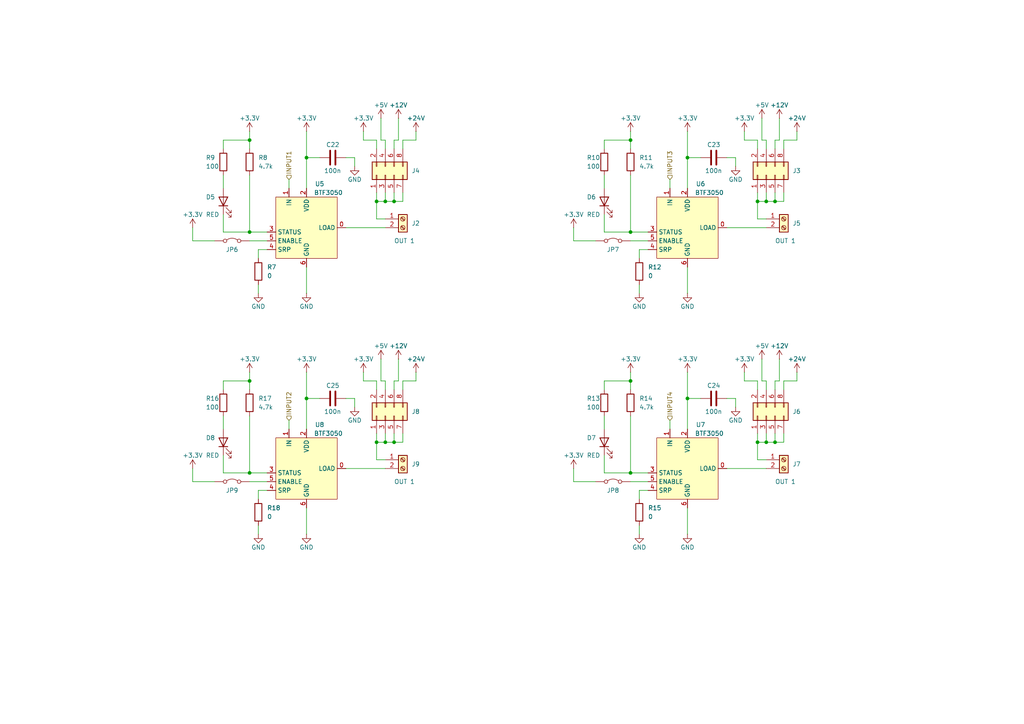
<source format=kicad_sch>
(kicad_sch (version 20231120) (generator "eeschema") (generator_version "8.0")
  (paper "A4")
  (lib_symbols
    (symbol "Connector:Screw_Terminal_01x02" (pin_names (offset 1.016) hide)
      (property "Reference" "J" (at 0 2.54 0))
      (property "Value" "Screw_Terminal_01x02" (at 0 -5.08 0))
      (symbol "Screw_Terminal_01x02_1_1"
        (rectangle (start -1.27 1.27) (end 1.27 -3.81) (stroke (width 0.254)) (fill (type background)))
        (circle (center 0 -2.54) (radius 0.635) (stroke (width 0.1524)))
        (polyline (pts (xy -0.5334 -2.2098) (xy 0.3302 -3.048)) (stroke (width 0.1524)))
        (polyline (pts (xy -0.5334 0.3302) (xy 0.3302 -0.508)) (stroke (width 0.1524)))
        (polyline (pts (xy -0.3556 -2.032) (xy 0.508 -2.8702)) (stroke (width 0.1524)))
        (polyline (pts (xy -0.3556 0.508) (xy 0.508 -0.3302)) (stroke (width 0.1524)))
        (circle (center 0 0) (radius 0.635) (stroke (width 0.1524)))
        (pin passive line (at -5.08 0 0) (length 3.81) (name "Pin_1") (number "1"))
        (pin passive line (at -5.08 -2.54 0) (length 3.81) (name "Pin_2") (number "2"))
      )
    )
    (symbol "Connector_Generic:Conn_02x04_Odd_Even" (pin_names (offset 1.016) hide)
      (property "Reference" "J" (at 1.27 5.08 0))
      (property "Value" "Conn_02x04_Odd_Even" (at 1.27 -7.62 0))
      (symbol "Conn_02x04_Odd_Even_1_1"
        (rectangle (start -1.27 -4.953) (end 0 -5.207) (stroke (width 0.1524)))
        (rectangle (start -1.27 -2.413) (end 0 -2.667) (stroke (width 0.1524)))
        (rectangle (start -1.27 0.127) (end 0 -0.127) (stroke (width 0.1524)))
        (rectangle (start -1.27 2.667) (end 0 2.413) (stroke (width 0.1524)))
        (rectangle (start -1.27 3.81) (end 3.81 -6.35) (stroke (width 0.254)) (fill (type background)))
        (rectangle (start 3.81 -4.953) (end 2.54 -5.207) (stroke (width 0.1524)))
        (rectangle (start 3.81 -2.413) (end 2.54 -2.667) (stroke (width 0.1524)))
        (rectangle (start 3.81 0.127) (end 2.54 -0.127) (stroke (width 0.1524)))
        (rectangle (start 3.81 2.667) (end 2.54 2.413) (stroke (width 0.1524)))
        (pin passive line (at -5.08 2.54 0) (length 3.81) (name "Pin_1") (number "1"))
        (pin passive line (at 7.62 2.54 180) (length 3.81) (name "Pin_2") (number "2"))
        (pin passive line (at -5.08 0 0) (length 3.81) (name "Pin_3") (number "3"))
        (pin passive line (at 7.62 0 180) (length 3.81) (name "Pin_4") (number "4"))
        (pin passive line (at -5.08 -2.54 0) (length 3.81) (name "Pin_5") (number "5"))
        (pin passive line (at 7.62 -2.54 180) (length 3.81) (name "Pin_6") (number "6"))
        (pin passive line (at -5.08 -5.08 0) (length 3.81) (name "Pin_7") (number "7"))
        (pin passive line (at 7.62 -5.08 180) (length 3.81) (name "Pin_8") (number "8"))
      )
    )
    (symbol "Device:C" (pin_numbers hide) (pin_names (offset 0.254))
      (property "Reference" "C" (at 0.635 2.54 0))
      (property "Value" "C" (at 0.635 -2.54 0))
      (symbol "C_0_1"
        (polyline (pts (xy -2.032 -0.762) (xy 2.032 -0.762)) (stroke (width 0.508)))
        (polyline (pts (xy -2.032 0.762) (xy 2.032 0.762)) (stroke (width 0.508)))
      )
      (symbol "C_1_1"
        (pin passive line (at 0 3.81 270) (length 2.794) (name "~") (number "1"))
        (pin passive line (at 0 -3.81 90) (length 2.794) (name "~") (number "2"))
      )
    )
    (symbol "Device:LED" (pin_numbers hide) (pin_names (offset 1.016) hide)
      (property "Reference" "D" (at 0 2.54 0))
      (property "Value" "LED" (at 0 -2.54 0))
      (symbol "LED_0_1"
        (polyline (pts (xy -1.27 -1.27) (xy -1.27 1.27)) (stroke (width 0.254)))
        (polyline (pts (xy -1.27 0) (xy 1.27 0)))
        (polyline (pts (xy 1.27 -1.27) (xy 1.27 1.27) (xy -1.27 0) (xy 1.27 -1.27)) (stroke (width 0.254)))
        (polyline (pts (xy -3.048 -0.762) (xy -4.572 -2.286) (xy -3.81 -2.286) (xy -4.572 -2.286) (xy -4.572 -1.524)))
        (polyline (pts (xy -1.778 -0.762) (xy -3.302 -2.286) (xy -2.54 -2.286) (xy -3.302 -2.286) (xy -3.302 -1.524)))
      )
      (symbol "LED_1_1"
        (pin passive line (at -3.81 0 0) (length 2.54) (name "K") (number "1"))
        (pin passive line (at 3.81 0 180) (length 2.54) (name "A") (number "2"))
      )
    )
    (symbol "Device:R" (pin_numbers hide) (pin_names (offset 0))
      (property "Reference" "R" (at 2.032 0 90))
      (property "Value" "R" (at 0 0 90))
      (symbol "R_0_1"
        (rectangle (start -1.016 -2.54) (end 1.016 2.54) (stroke (width 0.254)))
      )
      (symbol "R_1_1"
        (pin passive line (at 0 3.81 270) (length 1.27) (name "~") (number "1"))
        (pin passive line (at 0 -3.81 90) (length 1.27) (name "~") (number "2"))
      )
    )
    (symbol "Jumper:Jumper_2_Bridged" (pin_numbers hide) (pin_names (offset 0) hide) (exclude_from_sim yes)
      (property "Reference" "JP" (at 0 1.905 0))
      (property "Value" "Jumper_2_Bridged" (at 0 -2.54 0))
      (symbol "Jumper_2_Bridged_0_0"
        (circle (center -2.032 0) (radius 0.508))
        (circle (center 2.032 0) (radius 0.508))
      )
      (symbol "Jumper_2_Bridged_0_1"
        (arc (start 1.524 0.254) (mid 0 0.762) (end -1.524 0.254))
      )
      (symbol "Jumper_2_Bridged_1_1"
        (pin passive line (at -5.08 0 0) (length 2.54) (name "A") (number "1"))
        (pin passive line (at 5.08 0 180) (length 2.54) (name "B") (number "2"))
      )
    )
    (symbol "krzempol:BTF3050"
      (property "Reference" "U" (at 7.62 12.7 0))
      (property "Value" "BTF3050" (at 7.62 10.16 0))
      (symbol "BTF3050_1_1"
        (rectangle (start -8.89 8.89) (end 8.89 -8.89) (fill (type background)))
        (pin input line (at 11.43 0 180) (length 2.54) (name "LOAD") (number "0"))
        (pin input line (at -5.08 11.43 270) (length 2.54) (name "IN") (number "1"))
        (pin power_in line (at 0 11.43 270) (length 2.54) (name "VDD") (number "2"))
        (pin input line (at -11.43 -1.27 0) (length 2.54) (name "STATUS") (number "3"))
        (pin input line (at -11.43 -6.35 0) (length 2.54) (name "SRP") (number "4"))
        (pin input line (at -11.43 -3.81 0) (length 2.54) (name "ENABLE") (number "5"))
        (pin power_in line (at 0 -11.43 90) (length 2.54) (name "GND") (number "6"))
        (pin passive line (at 0 -11.43 90) (length 2.54) hide (name "GND") (number "7"))
        (pin passive line (at 0 -11.43 90) (length 2.54) hide (name "GND") (number "8"))
      )
    )
    (symbol "power:+12V" (power) (pin_numbers hide) (pin_names (offset 0) hide)
      (property "Value" "+12V" (at 0 3.556 0))
      (symbol "+12V_0_1"
        (polyline (pts (xy -0.762 1.27) (xy 0 2.54)))
        (polyline (pts (xy 0 0) (xy 0 2.54)))
        (polyline (pts (xy 0 2.54) (xy 0.762 1.27)))
      )
      (symbol "+12V_1_1"
        (pin power_in line (at 0 0 90) (length 0) (name "~") (number "1"))
      )
    )
    (symbol "power:+24V" (power) (pin_numbers hide) (pin_names (offset 0) hide)
      (property "Value" "+24V" (at 0 3.556 0))
      (symbol "+24V_0_1"
        (polyline (pts (xy -0.762 1.27) (xy 0 2.54)))
        (polyline (pts (xy 0 0) (xy 0 2.54)))
        (polyline (pts (xy 0 2.54) (xy 0.762 1.27)))
      )
      (symbol "+24V_1_1"
        (pin power_in line (at 0 0 90) (length 0) (name "~") (number "1"))
      )
    )
    (symbol "power:+3.3V" (power) (pin_numbers hide) (pin_names (offset 0) hide)
      (property "Value" "+3.3V" (at 0 3.556 0))
      (symbol "+3.3V_0_1"
        (polyline (pts (xy -0.762 1.27) (xy 0 2.54)))
        (polyline (pts (xy 0 0) (xy 0 2.54)))
        (polyline (pts (xy 0 2.54) (xy 0.762 1.27)))
      )
      (symbol "+3.3V_1_1"
        (pin power_in line (at 0 0 90) (length 0) (name "~") (number "1"))
      )
    )
    (symbol "power:+5V" (power) (pin_numbers hide) (pin_names (offset 0) hide)
      (property "Value" "+5V" (at 0 3.556 0))
      (symbol "+5V_0_1"
        (polyline (pts (xy -0.762 1.27) (xy 0 2.54)))
        (polyline (pts (xy 0 0) (xy 0 2.54)))
        (polyline (pts (xy 0 2.54) (xy 0.762 1.27)))
      )
      (symbol "+5V_1_1"
        (pin power_in line (at 0 0 90) (length 0) (name "~") (number "1"))
      )
    )
    (symbol "power:GND" (power) (pin_numbers hide) (pin_names (offset 0) hide)
      (property "Value" "GND" (at 0 -3.81 0))
      (symbol "GND_0_1"
        (polyline (pts (xy 0 0) (xy 0 -1.27) (xy 1.27 -1.27) (xy 0 -2.54) (xy -1.27 -1.27) (xy 0 -1.27)))
      )
      (symbol "GND_1_1"
        (pin power_in line (at 0 0 270) (length 0) (name "~") (number "1"))
      )
    )
  )
  (junction (at 72.39 137.16))
  (junction (at 224.79 128.27))
  (junction (at 182.88 40.64))
  (junction (at 182.88 110.49))
  (junction (at 88.9 115.57))
  (junction (at 111.76 58.42))
  (junction (at 114.3 128.27))
  (junction (at 199.39 115.57))
  (junction (at 219.71 58.42))
  (junction (at 72.39 67.31))
  (junction (at 109.22 128.27))
  (junction (at 222.25 58.42))
  (junction (at 199.39 45.72))
  (junction (at 88.9 45.72))
  (junction (at 111.76 128.27))
  (junction (at 72.39 40.64))
  (junction (at 114.3 58.42))
  (junction (at 182.88 137.16))
  (junction (at 224.79 58.42))
  (junction (at 219.71 128.27))
  (junction (at 182.88 67.31))
  (junction (at 109.22 58.42))
  (junction (at 72.39 110.49))
  (junction (at 222.25 128.27))
  (wire (pts (xy 74.93 74.93) (xy 74.93 72.39)))
  (wire (pts (xy 88.9 147.32) (xy 88.9 154.94)))
  (wire (pts (xy 187.96 137.16) (xy 182.88 137.16)))
  (wire (pts (xy 182.88 110.49) (xy 182.88 113.03)))
  (wire (pts (xy 219.71 55.88) (xy 219.71 58.42)))
  (wire (pts (xy 110.49 40.64) (xy 111.76 40.64)))
  (wire (pts (xy 175.26 132.08) (xy 175.26 137.16)))
  (wire (pts (xy 227.33 58.42) (xy 224.79 58.42)))
  (wire (pts (xy 111.76 58.42) (xy 109.22 58.42)))
  (wire (pts (xy 199.39 77.47) (xy 199.39 85.09)))
  (wire (pts (xy 175.26 137.16) (xy 182.88 137.16)))
  (wire (pts (xy 64.77 43.18) (xy 64.77 40.64)))
  (wire (pts (xy 62.23 69.85) (xy 55.88 69.85)))
  (wire (pts (xy 72.39 67.31) (xy 72.39 50.8)))
  (wire (pts (xy 210.82 66.04) (xy 222.25 66.04)))
  (wire (pts (xy 166.37 69.85) (xy 166.37 66.04)))
  (wire (pts (xy 213.36 45.72) (xy 213.36 48.26)))
  (wire (pts (xy 227.33 55.88) (xy 227.33 58.42)))
  (wire (pts (xy 116.84 125.73) (xy 116.84 128.27)))
  (wire (pts (xy 175.26 110.49) (xy 182.88 110.49)))
  (wire (pts (xy 185.42 72.39) (xy 187.96 72.39)))
  (wire (pts (xy 220.98 110.49) (xy 222.25 110.49)))
  (wire (pts (xy 116.84 55.88) (xy 116.84 58.42)))
  (wire (pts (xy 220.98 34.29) (xy 220.98 40.64)))
  (wire (pts (xy 111.76 128.27) (xy 109.22 128.27)))
  (wire (pts (xy 109.22 58.42) (xy 109.22 63.5)))
  (wire (pts (xy 114.3 110.49) (xy 115.57 110.49)))
  (wire (pts (xy 203.2 115.57) (xy 199.39 115.57)))
  (wire (pts (xy 64.77 120.65) (xy 64.77 124.46)))
  (wire (pts (xy 210.82 135.89) (xy 222.25 135.89)))
  (wire (pts (xy 109.22 125.73) (xy 109.22 128.27)))
  (wire (pts (xy 182.88 107.95) (xy 182.88 110.49)))
  (wire (pts (xy 111.76 133.35) (xy 109.22 133.35)))
  (wire (pts (xy 110.49 34.29) (xy 110.49 40.64)))
  (wire (pts (xy 100.33 135.89) (xy 111.76 135.89)))
  (wire (pts (xy 114.3 128.27) (xy 111.76 128.27)))
  (wire (pts (xy 166.37 139.7) (xy 166.37 135.89)))
  (wire (pts (xy 194.31 52.07) (xy 194.31 54.61)))
  (wire (pts (xy 115.57 110.49) (xy 115.57 104.14)))
  (wire (pts (xy 220.98 104.14) (xy 220.98 110.49)))
  (wire (pts (xy 185.42 74.93) (xy 185.42 72.39)))
  (wire (pts (xy 116.84 40.64) (xy 120.65 40.64)))
  (wire (pts (xy 199.39 107.95) (xy 199.39 115.57)))
  (wire (pts (xy 220.98 40.64) (xy 222.25 40.64)))
  (wire (pts (xy 64.77 113.03) (xy 64.77 110.49)))
  (wire (pts (xy 185.42 152.4) (xy 185.42 154.94)))
  (wire (pts (xy 199.39 45.72) (xy 199.39 54.61)))
  (wire (pts (xy 88.9 115.57) (xy 88.9 124.46)))
  (wire (pts (xy 111.76 110.49) (xy 111.76 113.03)))
  (wire (pts (xy 224.79 58.42) (xy 222.25 58.42)))
  (wire (pts (xy 210.82 115.57) (xy 213.36 115.57)))
  (wire (pts (xy 120.65 40.64) (xy 120.65 38.1)))
  (wire (pts (xy 222.25 128.27) (xy 219.71 128.27)))
  (wire (pts (xy 74.93 82.55) (xy 74.93 85.09)))
  (wire (pts (xy 231.14 110.49) (xy 231.14 107.95)))
  (wire (pts (xy 72.39 40.64) (xy 72.39 43.18)))
  (wire (pts (xy 224.79 40.64) (xy 226.06 40.64)))
  (wire (pts (xy 77.47 67.31) (xy 72.39 67.31)))
  (wire (pts (xy 199.39 38.1) (xy 199.39 45.72)))
  (wire (pts (xy 213.36 115.57) (xy 213.36 118.11)))
  (wire (pts (xy 219.71 113.03) (xy 219.71 110.49)))
  (wire (pts (xy 109.22 43.18) (xy 109.22 40.64)))
  (wire (pts (xy 88.9 45.72) (xy 88.9 54.61)))
  (wire (pts (xy 74.93 142.24) (xy 77.47 142.24)))
  (wire (pts (xy 92.71 45.72) (xy 88.9 45.72)))
  (wire (pts (xy 72.39 110.49) (xy 72.39 113.03)))
  (wire (pts (xy 222.25 63.5) (xy 219.71 63.5)))
  (wire (pts (xy 194.31 121.92) (xy 194.31 124.46)))
  (wire (pts (xy 219.71 58.42) (xy 219.71 63.5)))
  (wire (pts (xy 219.71 110.49) (xy 215.9 110.49)))
  (wire (pts (xy 182.88 40.64) (xy 182.88 43.18)))
  (wire (pts (xy 74.93 72.39) (xy 77.47 72.39)))
  (wire (pts (xy 64.77 67.31) (xy 72.39 67.31)))
  (wire (pts (xy 222.25 58.42) (xy 219.71 58.42)))
  (wire (pts (xy 74.93 144.78) (xy 74.93 142.24)))
  (wire (pts (xy 222.25 125.73) (xy 222.25 128.27)))
  (wire (pts (xy 182.88 69.85) (xy 187.96 69.85)))
  (wire (pts (xy 224.79 55.88) (xy 224.79 58.42)))
  (wire (pts (xy 100.33 115.57) (xy 102.87 115.57)))
  (wire (pts (xy 227.33 128.27) (xy 224.79 128.27)))
  (wire (pts (xy 109.22 113.03) (xy 109.22 110.49)))
  (wire (pts (xy 74.93 152.4) (xy 74.93 154.94)))
  (wire (pts (xy 227.33 110.49) (xy 231.14 110.49)))
  (wire (pts (xy 100.33 66.04) (xy 111.76 66.04)))
  (wire (pts (xy 116.84 113.03) (xy 116.84 110.49)))
  (wire (pts (xy 224.79 43.18) (xy 224.79 40.64)))
  (wire (pts (xy 116.84 128.27) (xy 114.3 128.27)))
  (wire (pts (xy 92.71 115.57) (xy 88.9 115.57)))
  (wire (pts (xy 182.88 38.1) (xy 182.88 40.64)))
  (wire (pts (xy 72.39 107.95) (xy 72.39 110.49)))
  (wire (pts (xy 100.33 45.72) (xy 102.87 45.72)))
  (wire (pts (xy 210.82 45.72) (xy 213.36 45.72)))
  (wire (pts (xy 175.26 43.18) (xy 175.26 40.64)))
  (wire (pts (xy 102.87 115.57) (xy 102.87 118.11)))
  (wire (pts (xy 116.84 58.42) (xy 114.3 58.42)))
  (wire (pts (xy 109.22 55.88) (xy 109.22 58.42)))
  (wire (pts (xy 114.3 55.88) (xy 114.3 58.42)))
  (wire (pts (xy 227.33 43.18) (xy 227.33 40.64)))
  (wire (pts (xy 199.39 115.57) (xy 199.39 124.46)))
  (wire (pts (xy 215.9 38.1) (xy 215.9 40.64)))
  (wire (pts (xy 215.9 107.95) (xy 215.9 110.49)))
  (wire (pts (xy 105.41 107.95) (xy 105.41 110.49)))
  (wire (pts (xy 172.72 139.7) (xy 166.37 139.7)))
  (wire (pts (xy 226.06 40.64) (xy 226.06 34.29)))
  (wire (pts (xy 72.39 69.85) (xy 77.47 69.85)))
  (wire (pts (xy 110.49 104.14) (xy 110.49 110.49)))
  (wire (pts (xy 55.88 139.7) (xy 55.88 135.89)))
  (wire (pts (xy 111.76 40.64) (xy 111.76 43.18)))
  (wire (pts (xy 224.79 125.73) (xy 224.79 128.27)))
  (wire (pts (xy 102.87 45.72) (xy 102.87 48.26)))
  (wire (pts (xy 83.82 52.07) (xy 83.82 54.61)))
  (wire (pts (xy 114.3 125.73) (xy 114.3 128.27)))
  (wire (pts (xy 227.33 125.73) (xy 227.33 128.27)))
  (wire (pts (xy 64.77 50.8) (xy 64.77 54.61)))
  (wire (pts (xy 105.41 38.1) (xy 105.41 40.64)))
  (wire (pts (xy 115.57 40.64) (xy 115.57 34.29)))
  (wire (pts (xy 172.72 69.85) (xy 166.37 69.85)))
  (wire (pts (xy 88.9 38.1) (xy 88.9 45.72)))
  (wire (pts (xy 111.76 63.5) (xy 109.22 63.5)))
  (wire (pts (xy 55.88 69.85) (xy 55.88 66.04)))
  (wire (pts (xy 182.88 139.7) (xy 187.96 139.7)))
  (wire (pts (xy 72.39 139.7) (xy 77.47 139.7)))
  (wire (pts (xy 116.84 110.49) (xy 120.65 110.49)))
  (wire (pts (xy 187.96 67.31) (xy 182.88 67.31)))
  (wire (pts (xy 219.71 43.18) (xy 219.71 40.64)))
  (wire (pts (xy 77.47 137.16) (xy 72.39 137.16)))
  (wire (pts (xy 199.39 147.32) (xy 199.39 154.94)))
  (wire (pts (xy 222.25 40.64) (xy 222.25 43.18)))
  (wire (pts (xy 64.77 40.64) (xy 72.39 40.64)))
  (wire (pts (xy 111.76 125.73) (xy 111.76 128.27)))
  (wire (pts (xy 224.79 113.03) (xy 224.79 110.49)))
  (wire (pts (xy 231.14 40.64) (xy 231.14 38.1)))
  (wire (pts (xy 114.3 43.18) (xy 114.3 40.64)))
  (wire (pts (xy 109.22 40.64) (xy 105.41 40.64)))
  (wire (pts (xy 227.33 40.64) (xy 231.14 40.64)))
  (wire (pts (xy 185.42 82.55) (xy 185.42 85.09)))
  (wire (pts (xy 185.42 144.78) (xy 185.42 142.24)))
  (wire (pts (xy 219.71 128.27) (xy 219.71 133.35)))
  (wire (pts (xy 72.39 137.16) (xy 72.39 120.65)))
  (wire (pts (xy 109.22 128.27) (xy 109.22 133.35)))
  (wire (pts (xy 114.3 40.64) (xy 115.57 40.64)))
  (wire (pts (xy 72.39 38.1) (xy 72.39 40.64)))
  (wire (pts (xy 109.22 110.49) (xy 105.41 110.49)))
  (wire (pts (xy 224.79 110.49) (xy 226.06 110.49)))
  (wire (pts (xy 219.71 40.64) (xy 215.9 40.64)))
  (wire (pts (xy 83.82 121.92) (xy 83.82 124.46)))
  (wire (pts (xy 64.77 110.49) (xy 72.39 110.49)))
  (wire (pts (xy 62.23 139.7) (xy 55.88 139.7)))
  (wire (pts (xy 175.26 120.65) (xy 175.26 124.46)))
  (wire (pts (xy 219.71 125.73) (xy 219.71 128.27)))
  (wire (pts (xy 110.49 110.49) (xy 111.76 110.49)))
  (wire (pts (xy 203.2 45.72) (xy 199.39 45.72)))
  (wire (pts (xy 222.25 55.88) (xy 222.25 58.42)))
  (wire (pts (xy 175.26 67.31) (xy 182.88 67.31)))
  (wire (pts (xy 111.76 55.88) (xy 111.76 58.42)))
  (wire (pts (xy 120.65 110.49) (xy 120.65 107.95)))
  (wire (pts (xy 88.9 77.47) (xy 88.9 85.09)))
  (wire (pts (xy 116.84 43.18) (xy 116.84 40.64)))
  (wire (pts (xy 114.3 113.03) (xy 114.3 110.49)))
  (wire (pts (xy 88.9 107.95) (xy 88.9 115.57)))
  (wire (pts (xy 182.88 67.31) (xy 182.88 50.8)))
  (wire (pts (xy 64.77 137.16) (xy 72.39 137.16)))
  (wire (pts (xy 175.26 40.64) (xy 182.88 40.64)))
  (wire (pts (xy 175.26 113.03) (xy 175.26 110.49)))
  (wire (pts (xy 226.06 110.49) (xy 226.06 104.14)))
  (wire (pts (xy 222.25 110.49) (xy 222.25 113.03)))
  (wire (pts (xy 224.79 128.27) (xy 222.25 128.27)))
  (wire (pts (xy 227.33 113.03) (xy 227.33 110.49)))
  (wire (pts (xy 222.25 133.35) (xy 219.71 133.35)))
  (wire (pts (xy 64.77 62.23) (xy 64.77 67.31)))
  (wire (pts (xy 175.26 50.8) (xy 175.26 54.61)))
  (wire (pts (xy 182.88 137.16) (xy 182.88 120.65)))
  (wire (pts (xy 175.26 62.23) (xy 175.26 67.31)))
  (wire (pts (xy 185.42 142.24) (xy 187.96 142.24)))
  (wire (pts (xy 64.77 132.08) (xy 64.77 137.16)))
  (wire (pts (xy 114.3 58.42) (xy 111.76 58.42)))
  (hierarchical_label "INPUT2" (shape input) (at 83.82 121.92 90))
  (hierarchical_label "INPUT4" (shape input) (at 194.31 121.92 90))
  (hierarchical_label "INPUT1" (shape input) (at 83.82 52.07 90))
  (hierarchical_label "INPUT3" (shape input) (at 194.31 52.07 90))
  (symbol (lib_id "Device:C") (at 207.01 45.72 270) (unit 1)
    (property "Reference" "C23" (at 205.0617 41.981 90) (effects (justify left)))
    (property "Value" "100n" (at 204.47 49.53 90) (effects (justify left)))
    (property "Description" "Unpolarized capacitor" (effects (hide yes)))
  )
  (symbol (lib_id "Device:R") (at 64.77 116.84 0) (unit 1)
    (property "Reference" "R16" (at 59.69 115.57 0) (effects (justify left)))
    (property "Value" "100" (at 59.69 118.11 0) (effects (justify left)))
    (property "Description" "Resistor" (effects (hide yes)))
  )
  (symbol (lib_id "power:GND") (at 185.42 154.94 0) (unit 1)
    (property "Reference" "#PWR049" (effects (hide yes)))
    (property "Value" "GND" (at 185.42 158.75 0))
    (property "Description" "Power symbol creates a global label with name \"GND\" , ground" (effects (hide yes)))
  )
  (symbol (lib_id "Jumper:Jumper_2_Bridged") (at 67.31 139.7 0) (unit 1) (exclude_from_sim yes)
    (property "Reference" "JP9" (at 67.31 142.24 0))
    (property "Value" "Jumper_2_Bridged" (effects (hide yes)))
    (property "Description" "Jumper, 2-pole, closed/bridged" (effects (hide yes)))
  )
  (symbol (lib_id "power:GND") (at 88.9 85.09 0) (unit 1)
    (property "Reference" "#PWR028" (effects (hide yes)))
    (property "Value" "GND" (at 88.9 88.9 0))
    (property "Description" "Power symbol creates a global label with name \"GND\" , ground" (effects (hide yes)))
  )
  (symbol (lib_id "Device:R") (at 185.42 78.74 0) (unit 1)
    (property "Reference" "R12" (at 187.96 77.47 0) (effects (justify left)))
    (property "Value" "0" (at 187.96 80.01 0) (effects (justify left)))
    (property "Description" "Resistor" (effects (hide yes)))
  )
  (symbol (lib_id "Connector_Generic:Conn_02x04_Odd_Even") (at 222.25 120.65 90) (unit 1)
    (property "Reference" "J6" (at 229.87 119.38 90) (effects (justify right)))
    (property "Value" "Conn_02x04_Odd_Even" (effects (hide yes)))
    (property "Description" "Generic connector, double row, 02x04, odd/even pin numbering scheme (row 1 odd numbers, row 2 even numbers), script generated (kicad-library-utils/schlib/autogen/connector/)" (effects (hide yes)))
  )
  (symbol (lib_id "power:+3.3V") (at 88.9 107.95 0) (unit 1)
    (property "Reference" "#PWR060" (effects (hide yes)))
    (property "Value" "+3.3V" (at 88.9 104.14 0))
    (property "Description" "Power symbol creates a global label with name \"+3.3V\"" (effects (hide yes)))
  )
  (symbol (lib_id "power:GND") (at 185.42 85.09 0) (unit 1)
    (property "Reference" "#PWR039" (effects (hide yes)))
    (property "Value" "GND" (at 185.42 88.9 0))
    (property "Description" "Power symbol creates a global label with name \"GND\" , ground" (effects (hide yes)))
  )
  (symbol (lib_id "Jumper:Jumper_2_Bridged") (at 67.31 69.85 0) (unit 1) (exclude_from_sim yes)
    (property "Reference" "JP6" (at 67.31 72.39 0))
    (property "Value" "Jumper_2_Bridged" (effects (hide yes)))
    (property "Description" "Jumper, 2-pole, closed/bridged" (effects (hide yes)))
  )
  (symbol (lib_id "power:+24V") (at 231.14 38.1 0) (unit 1)
    (property "Reference" "#PWR046" (effects (hide yes)))
    (property "Value" "+24V" (at 231.14 34.29 0))
    (property "Description" "Power symbol creates a global label with name \"+24V\"" (effects (hide yes)))
  )
  (symbol (lib_id "power:+3.3V") (at 55.88 135.89 0) (unit 1)
    (property "Reference" "#PWR057" (effects (hide yes)))
    (property "Value" "+3.3V" (at 55.88 132.08 0))
    (property "Description" "Power symbol creates a global label with name \"+3.3V\"" (effects (hide yes)))
  )
  (symbol (lib_id "power:+3.3V") (at 72.39 107.95 0) (unit 1)
    (property "Reference" "#PWR058" (effects (hide yes)))
    (property "Value" "+3.3V" (at 72.39 104.14 0))
    (property "Description" "Power symbol creates a global label with name \"+3.3V\"" (effects (hide yes)))
  )
  (symbol (lib_id "Device:LED") (at 175.26 128.27 90) (unit 1)
    (property "Reference" "D7" (at 170.18 127 90) (effects (justify right)))
    (property "Value" "RED" (at 170.18 132.08 90) (effects (justify right)))
    (property "Description" "Light emitting diode" (effects (hide yes)))
  )
  (symbol (lib_id "Device:LED") (at 64.77 128.27 90) (unit 1)
    (property "Reference" "D8" (at 59.69 127 90) (effects (justify right)))
    (property "Value" "RED" (at 59.69 132.08 90) (effects (justify right)))
    (property "Description" "Light emitting diode" (effects (hide yes)))
  )
  (symbol (lib_id "power:+24V") (at 231.14 107.95 0) (unit 1)
    (property "Reference" "#PWR056" (effects (hide yes)))
    (property "Value" "+24V" (at 231.14 104.14 0))
    (property "Description" "Power symbol creates a global label with name \"+24V\"" (effects (hide yes)))
  )
  (symbol (lib_id "Device:R") (at 175.26 116.84 0) (unit 1)
    (property "Reference" "R13" (at 170.18 115.57 0) (effects (justify left)))
    (property "Value" "100" (at 170.18 118.11 0) (effects (justify left)))
    (property "Description" "Resistor" (effects (hide yes)))
  )
  (symbol (lib_id "power:+24V") (at 120.65 107.95 0) (unit 1)
    (property "Reference" "#PWR066" (effects (hide yes)))
    (property "Value" "+24V" (at 120.65 104.14 0))
    (property "Description" "Power symbol creates a global label with name \"+24V\"" (effects (hide yes)))
  )
  (symbol (lib_id "krzempol:BTF3050") (at 88.9 66.04 0) (unit 1)
    (property "Reference" "U5" (at 92.71 53.34 0))
    (property "Value" "BTF3050" (at 95.25 55.88 0))
    (property "Datasheet" "https://www.infineon.com/dgdl/Infineon-BTF3050TE-DS-v01_10-EN.pdf?fileId=5546d4625a888733015a892c37d7023f" (effects (hide yes)))
    (property "Description" "Smart Low-Side Power Switch" (effects (hide yes)))
  )
  (symbol (lib_id "power:GND") (at 102.87 118.11 0) (unit 1)
    (property "Reference" "#PWR062" (effects (hide yes)))
    (property "Value" "GND" (at 102.87 121.92 0))
    (property "Description" "Power symbol creates a global label with name \"GND\" , ground" (effects (hide yes)))
  )
  (symbol (lib_id "Connector_Generic:Conn_02x04_Odd_Even") (at 111.76 120.65 90) (unit 1)
    (property "Reference" "J8" (at 119.38 119.38 90) (effects (justify right)))
    (property "Value" "Conn_02x04_Odd_Even" (effects (hide yes)))
    (property "Description" "Generic connector, double row, 02x04, odd/even pin numbering scheme (row 1 odd numbers, row 2 even numbers), script generated (kicad-library-utils/schlib/autogen/connector/)" (effects (hide yes)))
  )
  (symbol (lib_id "power:GND") (at 88.9 154.94 0) (unit 1)
    (property "Reference" "#PWR061" (effects (hide yes)))
    (property "Value" "GND" (at 88.9 158.75 0))
    (property "Description" "Power symbol creates a global label with name \"GND\" , ground" (effects (hide yes)))
  )
  (symbol (lib_id "power:+5V") (at 110.49 104.14 0) (unit 1)
    (property "Reference" "#PWR064" (effects (hide yes)))
    (property "Value" "+5V" (at 110.49 100.33 0))
    (property "Description" "Power symbol creates a global label with name \"+5V\"" (effects (hide yes)))
  )
  (symbol (lib_id "power:+3.3V") (at 72.39 38.1 0) (unit 1)
    (property "Reference" "#PWR035" (effects (hide yes)))
    (property "Value" "+3.3V" (at 72.39 34.29 0))
    (property "Description" "Power symbol creates a global label with name \"+3.3V\"" (effects (hide yes)))
  )
  (symbol (lib_id "krzempol:BTF3050") (at 199.39 135.89 0) (unit 1)
    (property "Reference" "U7" (at 203.2 123.19 0))
    (property "Value" "BTF3050" (at 205.74 125.73 0))
    (property "Datasheet" "https://www.infineon.com/dgdl/Infineon-BTF3050TE-DS-v01_10-EN.pdf?fileId=5546d4625a888733015a892c37d7023f" (effects (hide yes)))
    (property "Description" "Smart Low-Side Power Switch" (effects (hide yes)))
  )
  (symbol (lib_id "power:+12V") (at 115.57 104.14 0) (unit 1)
    (property "Reference" "#PWR065" (effects (hide yes)))
    (property "Value" "+12V" (at 115.57 100.33 0))
    (property "Description" "Power symbol creates a global label with name \"+12V\"" (effects (hide yes)))
  )
  (symbol (lib_id "power:GND") (at 199.39 85.09 0) (unit 1)
    (property "Reference" "#PWR041" (effects (hide yes)))
    (property "Value" "GND" (at 199.39 88.9 0))
    (property "Description" "Power symbol creates a global label with name \"GND\" , ground" (effects (hide yes)))
  )
  (symbol (lib_id "power:+12V") (at 226.06 104.14 0) (unit 1)
    (property "Reference" "#PWR055" (effects (hide yes)))
    (property "Value" "+12V" (at 226.06 100.33 0))
    (property "Description" "Power symbol creates a global label with name \"+12V\"" (effects (hide yes)))
  )
  (symbol (lib_id "Device:R") (at 185.42 148.59 0) (unit 1)
    (property "Reference" "R15" (at 187.96 147.32 0) (effects (justify left)))
    (property "Value" "0" (at 187.96 149.86 0) (effects (justify left)))
    (property "Description" "Resistor" (effects (hide yes)))
  )
  (symbol (lib_id "power:GND") (at 74.93 85.09 0) (unit 1)
    (property "Reference" "#PWR034" (effects (hide yes)))
    (property "Value" "GND" (at 74.93 88.9 0))
    (property "Description" "Power symbol creates a global label with name \"GND\" , ground" (effects (hide yes)))
  )
  (symbol (lib_id "power:+5V") (at 220.98 34.29 0) (unit 1)
    (property "Reference" "#PWR044" (effects (hide yes)))
    (property "Value" "+5V" (at 220.98 30.48 0))
    (property "Description" "Power symbol creates a global label with name \"+5V\"" (effects (hide yes)))
  )
  (symbol (lib_id "power:+24V") (at 120.65 38.1 0) (unit 1)
    (property "Reference" "#PWR033" (effects (hide yes)))
    (property "Value" "+24V" (at 120.65 34.29 0))
    (property "Description" "Power symbol creates a global label with name \"+24V\"" (effects (hide yes)))
  )
  (symbol (lib_id "Connector:Screw_Terminal_01x02") (at 116.84 63.5 0) (unit 1)
    (property "Reference" "J2" (at 119.38 64.77 0) (effects (justify left)))
    (property "Value" "OUT 1" (at 114.3 69.85 0) (effects (justify left)))
    (property "Description" "Generic screw terminal, single row, 01x02, script generated (kicad-library-utils/schlib/autogen/connector/)" (effects (hide yes)))
  )
  (symbol (lib_id "Device:R") (at 175.26 46.99 0) (unit 1)
    (property "Reference" "R10" (at 170.18 45.72 0) (effects (justify left)))
    (property "Value" "100" (at 170.18 48.26 0) (effects (justify left)))
    (property "Description" "Resistor" (effects (hide yes)))
  )
  (symbol (lib_id "Connector_Generic:Conn_02x04_Odd_Even") (at 222.25 50.8 90) (unit 1)
    (property "Reference" "J3" (at 229.87 49.53 90) (effects (justify right)))
    (property "Value" "Conn_02x04_Odd_Even" (effects (hide yes)))
    (property "Description" "Generic connector, double row, 02x04, odd/even pin numbering scheme (row 1 odd numbers, row 2 even numbers), script generated (kicad-library-utils/schlib/autogen/connector/)" (effects (hide yes)))
  )
  (symbol (lib_id "krzempol:BTF3050") (at 199.39 66.04 0) (unit 1)
    (property "Reference" "U6" (at 203.2 53.34 0))
    (property "Value" "BTF3050" (at 205.74 55.88 0))
    (property "Datasheet" "https://www.infineon.com/dgdl/Infineon-BTF3050TE-DS-v01_10-EN.pdf?fileId=5546d4625a888733015a892c37d7023f" (effects (hide yes)))
    (property "Description" "Smart Low-Side Power Switch" (effects (hide yes)))
  )
  (symbol (lib_id "power:GND") (at 74.93 154.94 0) (unit 1)
    (property "Reference" "#PWR059" (effects (hide yes)))
    (property "Value" "GND" (at 74.93 158.75 0))
    (property "Description" "Power symbol creates a global label with name \"GND\" , ground" (effects (hide yes)))
  )
  (symbol (lib_id "power:+3.3V") (at 88.9 38.1 0) (unit 1)
    (property "Reference" "#PWR027" (effects (hide yes)))
    (property "Value" "+3.3V" (at 88.9 34.29 0))
    (property "Description" "Power symbol creates a global label with name \"+3.3V\"" (effects (hide yes)))
  )
  (symbol (lib_id "power:+3.3V") (at 182.88 38.1 0) (unit 1)
    (property "Reference" "#PWR038" (effects (hide yes)))
    (property "Value" "+3.3V" (at 182.88 34.29 0))
    (property "Description" "Power symbol creates a global label with name \"+3.3V\"" (effects (hide yes)))
  )
  (symbol (lib_id "power:+12V") (at 115.57 34.29 0) (unit 1)
    (property "Reference" "#PWR032" (effects (hide yes)))
    (property "Value" "+12V" (at 115.57 30.48 0))
    (property "Description" "Power symbol creates a global label with name \"+12V\"" (effects (hide yes)))
  )
  (symbol (lib_id "Jumper:Jumper_2_Bridged") (at 177.8 139.7 0) (unit 1) (exclude_from_sim yes)
    (property "Reference" "JP8" (at 177.8 142.24 0))
    (property "Value" "Jumper_2_Bridged" (effects (hide yes)))
    (property "Description" "Jumper, 2-pole, closed/bridged" (effects (hide yes)))
  )
  (symbol (lib_id "Device:R") (at 74.93 78.74 0) (unit 1)
    (property "Reference" "R7" (at 77.47 77.47 0) (effects (justify left)))
    (property "Value" "0" (at 77.47 80.01 0) (effects (justify left)))
    (property "Description" "Resistor" (effects (hide yes)))
  )
  (symbol (lib_id "power:GND") (at 102.87 48.26 0) (unit 1)
    (property "Reference" "#PWR029" (effects (hide yes)))
    (property "Value" "GND" (at 102.87 52.07 0))
    (property "Description" "Power symbol creates a global label with name \"GND\" , ground" (effects (hide yes)))
  )
  (symbol (lib_id "power:+3.3V") (at 166.37 66.04 0) (unit 1)
    (property "Reference" "#PWR037" (effects (hide yes)))
    (property "Value" "+3.3V" (at 166.37 62.23 0))
    (property "Description" "Power symbol creates a global label with name \"+3.3V\"" (effects (hide yes)))
  )
  (symbol (lib_id "power:+3.3V") (at 199.39 38.1 0) (unit 1)
    (property "Reference" "#PWR040" (effects (hide yes)))
    (property "Value" "+3.3V" (at 199.39 34.29 0))
    (property "Description" "Power symbol creates a global label with name \"+3.3V\"" (effects (hide yes)))
  )
  (symbol (lib_id "power:+3.3V") (at 105.41 38.1 0) (unit 1)
    (property "Reference" "#PWR030" (effects (hide yes)))
    (property "Value" "+3.3V" (at 105.41 34.29 0))
    (property "Description" "Power symbol creates a global label with name \"+3.3V\"" (effects (hide yes)))
  )
  (symbol (lib_id "Device:R") (at 64.77 46.99 0) (unit 1)
    (property "Reference" "R9" (at 59.69 45.72 0) (effects (justify left)))
    (property "Value" "100" (at 59.69 48.26 0) (effects (justify left)))
    (property "Description" "Resistor" (effects (hide yes)))
  )
  (symbol (lib_id "power:GND") (at 199.39 154.94 0) (unit 1)
    (property "Reference" "#PWR051" (effects (hide yes)))
    (property "Value" "GND" (at 199.39 158.75 0))
    (property "Description" "Power symbol creates a global label with name \"GND\" , ground" (effects (hide yes)))
  )
  (symbol (lib_id "power:+5V") (at 110.49 34.29 0) (unit 1)
    (property "Reference" "#PWR031" (effects (hide yes)))
    (property "Value" "+5V" (at 110.49 30.48 0))
    (property "Description" "Power symbol creates a global label with name \"+5V\"" (effects (hide yes)))
  )
  (symbol (lib_id "power:+12V") (at 226.06 34.29 0) (unit 1)
    (property "Reference" "#PWR045" (effects (hide yes)))
    (property "Value" "+12V" (at 226.06 30.48 0))
    (property "Description" "Power symbol creates a global label with name \"+12V\"" (effects (hide yes)))
  )
  (symbol (lib_id "power:+3.3V") (at 166.37 135.89 0) (unit 1)
    (property "Reference" "#PWR047" (effects (hide yes)))
    (property "Value" "+3.3V" (at 166.37 132.08 0))
    (property "Description" "Power symbol creates a global label with name \"+3.3V\"" (effects (hide yes)))
  )
  (symbol (lib_id "Connector_Generic:Conn_02x04_Odd_Even") (at 111.76 50.8 90) (unit 1)
    (property "Reference" "J4" (at 119.38 49.53 90) (effects (justify right)))
    (property "Value" "Conn_02x04_Odd_Even" (effects (hide yes)))
    (property "Description" "Generic connector, double row, 02x04, odd/even pin numbering scheme (row 1 odd numbers, row 2 even numbers), script generated (kicad-library-utils/schlib/autogen/connector/)" (effects (hide yes)))
  )
  (symbol (lib_id "power:+3.3V") (at 55.88 66.04 0) (unit 1)
    (property "Reference" "#PWR036" (effects (hide yes)))
    (property "Value" "+3.3V" (at 55.88 62.23 0))
    (property "Description" "Power symbol creates a global label with name \"+3.3V\"" (effects (hide yes)))
  )
  (symbol (lib_id "Device:C") (at 96.52 45.72 270) (unit 1)
    (property "Reference" "C22" (at 94.5717 41.981 90) (effects (justify left)))
    (property "Value" "100n" (at 93.98 49.53 90) (effects (justify left)))
    (property "Description" "Unpolarized capacitor" (effects (hide yes)))
  )
  (symbol (lib_id "power:+3.3V") (at 215.9 38.1 0) (unit 1)
    (property "Reference" "#PWR043" (effects (hide yes)))
    (property "Value" "+3.3V" (at 215.9 34.29 0))
    (property "Description" "Power symbol creates a global label with name \"+3.3V\"" (effects (hide yes)))
  )
  (symbol (lib_id "Device:R") (at 182.88 46.99 0) (unit 1)
    (property "Reference" "R11" (at 185.42 45.72 0) (effects (justify left)))
    (property "Value" "4.7k" (at 185.42 48.26 0) (effects (justify left)))
    (property "Description" "Resistor" (effects (hide yes)))
  )
  (symbol (lib_id "power:+3.3V") (at 215.9 107.95 0) (unit 1)
    (property "Reference" "#PWR053" (effects (hide yes)))
    (property "Value" "+3.3V" (at 215.9 104.14 0))
    (property "Description" "Power symbol creates a global label with name \"+3.3V\"" (effects (hide yes)))
  )
  (symbol (lib_id "power:+3.3V") (at 199.39 107.95 0) (unit 1)
    (property "Reference" "#PWR050" (effects (hide yes)))
    (property "Value" "+3.3V" (at 199.39 104.14 0))
    (property "Description" "Power symbol creates a global label with name \"+3.3V\"" (effects (hide yes)))
  )
  (symbol (lib_id "power:+3.3V") (at 182.88 107.95 0) (unit 1)
    (property "Reference" "#PWR048" (effects (hide yes)))
    (property "Value" "+3.3V" (at 182.88 104.14 0))
    (property "Description" "Power symbol creates a global label with name \"+3.3V\"" (effects (hide yes)))
  )
  (symbol (lib_id "power:GND") (at 213.36 48.26 0) (unit 1)
    (property "Reference" "#PWR042" (effects (hide yes)))
    (property "Value" "GND" (at 213.36 52.07 0))
    (property "Description" "Power symbol creates a global label with name \"GND\" , ground" (effects (hide yes)))
  )
  (symbol (lib_id "Connector:Screw_Terminal_01x02") (at 227.33 133.35 0) (unit 1)
    (property "Reference" "J7" (at 229.87 134.62 0) (effects (justify left)))
    (property "Value" "OUT 1" (at 224.79 139.7 0) (effects (justify left)))
    (property "Description" "Generic screw terminal, single row, 01x02, script generated (kicad-library-utils/schlib/autogen/connector/)" (effects (hide yes)))
  )
  (symbol (lib_id "Device:R") (at 72.39 46.99 0) (unit 1)
    (property "Reference" "R8" (at 74.93 45.72 0) (effects (justify left)))
    (property "Value" "4.7k" (at 74.93 48.26 0) (effects (justify left)))
    (property "Description" "Resistor" (effects (hide yes)))
  )
  (symbol (lib_id "Device:LED") (at 175.26 58.42 90) (unit 1)
    (property "Reference" "D6" (at 170.18 57.15 90) (effects (justify right)))
    (property "Value" "RED" (at 170.18 62.23 90) (effects (justify right)))
    (property "Description" "Light emitting diode" (effects (hide yes)))
  )
  (symbol (lib_id "Jumper:Jumper_2_Bridged") (at 177.8 69.85 0) (unit 1) (exclude_from_sim yes)
    (property "Reference" "JP7" (at 177.8 72.39 0))
    (property "Value" "Jumper_2_Bridged" (effects (hide yes)))
    (property "Description" "Jumper, 2-pole, closed/bridged" (effects (hide yes)))
  )
  (symbol (lib_id "power:GND") (at 213.36 118.11 0) (unit 1)
    (property "Reference" "#PWR052" (effects (hide yes)))
    (property "Value" "GND" (at 213.36 121.92 0))
    (property "Description" "Power symbol creates a global label with name \"GND\" , ground" (effects (hide yes)))
  )
  (symbol (lib_id "Connector:Screw_Terminal_01x02") (at 116.84 133.35 0) (unit 1)
    (property "Reference" "J9" (at 119.38 134.62 0) (effects (justify left)))
    (property "Value" "OUT 1" (at 114.3 139.7 0) (effects (justify left)))
    (property "Description" "Generic screw terminal, single row, 01x02, script generated (kicad-library-utils/schlib/autogen/connector/)" (effects (hide yes)))
  )
  (symbol (lib_id "Device:C") (at 96.52 115.57 270) (unit 1)
    (property "Reference" "C25" (at 94.5717 111.831 90) (effects (justify left)))
    (property "Value" "100n" (at 93.98 119.38 90) (effects (justify left)))
    (property "Description" "Unpolarized capacitor" (effects (hide yes)))
  )
  (symbol (lib_id "Device:R") (at 72.39 116.84 0) (unit 1)
    (property "Reference" "R17" (at 74.93 115.57 0) (effects (justify left)))
    (property "Value" "4.7k" (at 74.93 118.11 0) (effects (justify left)))
    (property "Description" "Resistor" (effects (hide yes)))
  )
  (symbol (lib_id "krzempol:BTF3050") (at 88.9 135.89 0) (unit 1)
    (property "Reference" "U8" (at 92.71 123.19 0))
    (property "Value" "BTF3050" (at 95.25 125.73 0))
    (property "Datasheet" "https://www.infineon.com/dgdl/Infineon-BTF3050TE-DS-v01_10-EN.pdf?fileId=5546d4625a888733015a892c37d7023f" (effects (hide yes)))
    (property "Description" "Smart Low-Side Power Switch" (effects (hide yes)))
  )
  (symbol (lib_id "Device:C") (at 207.01 115.57 270) (unit 1)
    (property "Reference" "C24" (at 205.0617 111.831 90) (effects (justify left)))
    (property "Value" "100n" (at 204.47 119.38 90) (effects (justify left)))
    (property "Description" "Unpolarized capacitor" (effects (hide yes)))
  )
  (symbol (lib_id "Device:R") (at 74.93 148.59 0) (unit 1)
    (property "Reference" "R18" (at 77.47 147.32 0) (effects (justify left)))
    (property "Value" "0" (at 77.47 149.86 0) (effects (justify left)))
    (property "Description" "Resistor" (effects (hide yes)))
  )
  (symbol (lib_id "Connector:Screw_Terminal_01x02") (at 227.33 63.5 0) (unit 1)
    (property "Reference" "J5" (at 229.87 64.77 0) (effects (justify left)))
    (property "Value" "OUT 1" (at 224.79 69.85 0) (effects (justify left)))
    (property "Description" "Generic screw terminal, single row, 01x02, script generated (kicad-library-utils/schlib/autogen/connector/)" (effects (hide yes)))
  )
  (symbol (lib_id "power:+5V") (at 220.98 104.14 0) (unit 1)
    (property "Reference" "#PWR054" (effects (hide yes)))
    (property "Value" "+5V" (at 220.98 100.33 0))
    (property "Description" "Power symbol creates a global label with name \"+5V\"" (effects (hide yes)))
  )
  (symbol (lib_id "Device:LED") (at 64.77 58.42 90) (unit 1)
    (property "Reference" "D5" (at 59.69 57.15 90) (effects (justify right)))
    (property "Value" "RED" (at 59.69 62.23 90) (effects (justify right)))
    (property "Description" "Light emitting diode" (effects (hide yes)))
  )
  (symbol (lib_id "Device:R") (at 182.88 116.84 0) (unit 1)
    (property "Reference" "R14" (at 185.42 115.57 0) (effects (justify left)))
    (property "Value" "4.7k" (at 185.42 118.11 0) (effects (justify left)))
    (property "Description" "Resistor" (effects (hide yes)))
  )
  (symbol (lib_id "power:+3.3V") (at 105.41 107.95 0) (unit 1)
    (property "Reference" "#PWR063" (effects (hide yes)))
    (property "Value" "+3.3V" (at 105.41 104.14 0))
    (property "Description" "Power symbol creates a global label with name \"+3.3V\"" (effects (hide yes)))
  )
)
</source>
